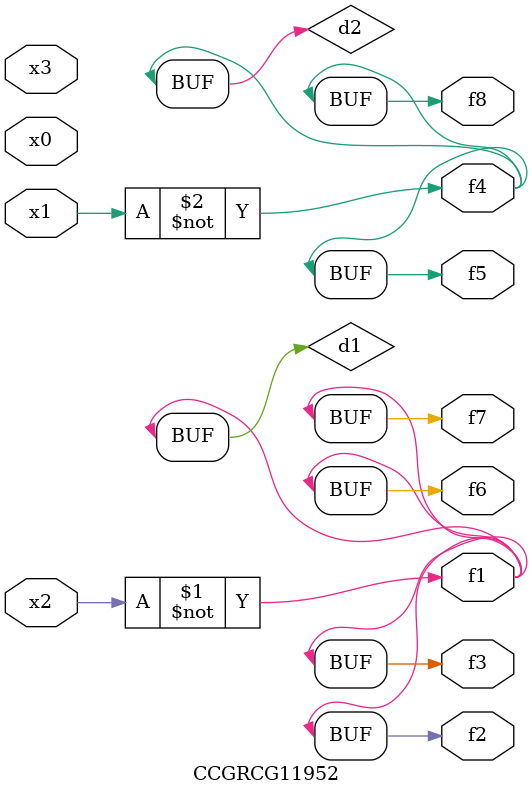
<source format=v>
module CCGRCG11952(
	input x0, x1, x2, x3,
	output f1, f2, f3, f4, f5, f6, f7, f8
);

	wire d1, d2;

	xnor (d1, x2);
	not (d2, x1);
	assign f1 = d1;
	assign f2 = d1;
	assign f3 = d1;
	assign f4 = d2;
	assign f5 = d2;
	assign f6 = d1;
	assign f7 = d1;
	assign f8 = d2;
endmodule

</source>
